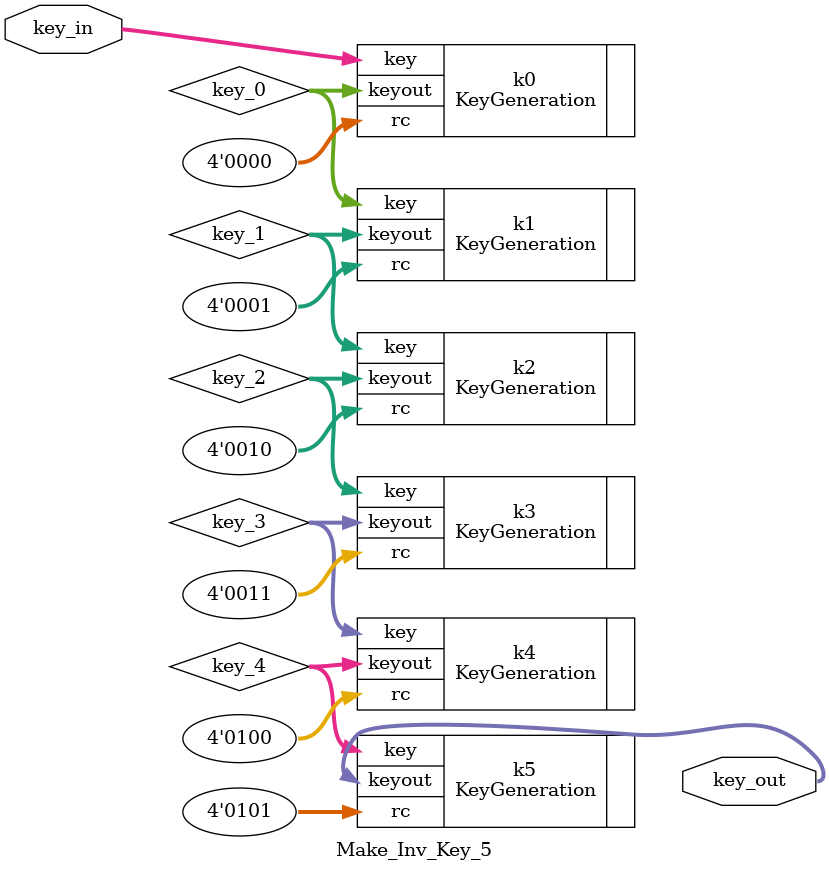
<source format=v>

module Make_Inv_Key_5(
    input [127 : 0] key_in,
    output [127 : 0] key_out
);

    wire [127 : 0] key_0, key_1, key_2, key_3, key_4, key_5, key_6, key_7, key_8, key_9;


    KeyGeneration k0(
        .rc(4'h0),
        .key(key_in),
        .keyout(key_0)
    );

    KeyGeneration k1(
        .rc(4'h1),
        .key(key_0),
        .keyout(key_1)
    );

    KeyGeneration k2(
        .rc(4'h2),
        .key(key_1),
        .keyout(key_2)
    );

    KeyGeneration k3(
        .rc(4'h3),
        .key(key_2),
        .keyout(key_3)
    );

    KeyGeneration k4(
        .rc(4'h4),
        .key(key_3),
        .keyout(key_4)
    );

    KeyGeneration k5(
        .rc(4'h5),
        .key(key_4),
        .keyout(key_out)
    );


endmodule
</source>
